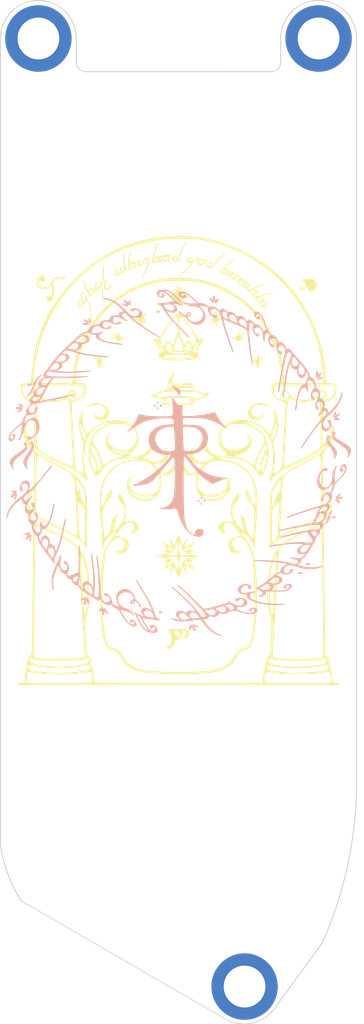
<source format=kicad_pcb>
(kicad_pcb (version 20221018) (generator pcbnew)
  (title_block (title "MCU Cover") (date "2023-08-23") (rev "0.6.2") (company "SuperFola") (comment 1 "https://github.com/SuperFola/arkenswoop"))
  (layers (0 "F.Cu" signal) (31 "B.Cu" signal) (34 "B.Paste" user) (35 "F.Paste" user) (36 "B.SilkS" user "B.Silkscreen") (37 "F.SilkS" user "F.Silkscreen") (38 "B.Mask" user) (39 "F.Mask" user) (44 "Edge.Cuts" user))
  (net 0 "")
  (footprint "swoop:M2_hole_3.5mm" (layer "F.Cu") (at 149.800191 89.500191)
    (fp_text reference "Ref**" hide)
    (fp_text value "Val**" hide)
    (pad "" thru_hole circle (at 0 0) (size 3.5 3.5) (drill 2.2) (layers "*.Cu" "*.Mask"))
  )
  (footprint "swoop:M2_hole_3.5mm" (layer "F.Cu") (at 160.686542 139.397968)
    (fp_text reference "Ref**" hide)
    (fp_text value "Val**" hide)
    (pad "" thru_hole circle (at -0.01 -0.000287) (size 3.5 3.5) (drill 2.2) (layers "*.Cu" "*.Mask"))
  )
  (footprint "swoop:M2_hole_3.5mm" (layer "F.Cu") (at 164.581513 89.499734)
    (fp_text reference "Ref**" hide)
    (fp_text value "Val**" hide)
    (pad "" thru_hole circle (at 0 0) (size 3.5 3.5) (drill 2.2) (layers "*.Cu" "*.Mask"))
  )
  (footprint "arkenswoop:door_silk" (layer "F.Cu") (at 157.2 111.7)
    (fp_text reference "G***" hide)
    (fp_text value "LOGO" hide)
  )
  (footprint "arkenswoop:one_ring_silk" (layer "B.Cu") (at 157.2 111.8 180)
    (fp_text reference "G***" hide)
    (fp_text value "LOGO" hide)
  )
  (gr_arc (start 164.581462 87.499563) (mid 165.99569 88.085427) (end 166.581449 89.499699) (stroke (width 0.05)) (layer "Edge.Cuts"))
  (gr_arc (start 149.800137 87.500013) (mid 151.214391 88.085852) (end 151.800124 89.50015) (stroke (width 0.05)) (layer "Edge.Cuts"))
  (gr_line (start 166.581449 89.499699) (end 166.581702 128.966842) (stroke (width 0.05)) (layer "Edge.Cuts"))
  (gr_arc (start 148.907764 134.902697) (mid 148.189865 133.469261) (end 147.799397 131.91438) (stroke (width 0.05)) (layer "Edge.Cuts"))
  (gr_arc (start 166.581701 128.966842) (mid 166.089999 133.119726) (end 164.780774 137.091394) (stroke (width 0.05)) (layer "Edge.Cuts"))
  (gr_line (start 159.652325 141.100146) (end 148.913991 134.898675) (stroke (width 0.05)) (layer "Edge.Cuts"))
  (gr_arc (start 162.581152 90.749478) (mid 162.434693 91.103022) (end 162.081147 91.249476) (stroke (width 0.05)) (layer "Edge.Cuts"))
  (gr_line (start 151.800124 89.50015) (end 151.800296 90.75008) (stroke (width 0.05)) (layer "Edge.Cuts"))
  (gr_arc (start 147.8 89.5) (mid 148.38585 88.085757) (end 149.800137 87.500013) (stroke (width 0.05)) (layer "Edge.Cuts"))
  (gr_line (start 162.384488 140.368176) (end 164.780774 137.091394) (stroke (width 0.05)) (layer "Edge.Cuts"))
  (gr_line (start 152.300303 91.250077) (end 162.081147 91.249476) (stroke (width 0.05)) (layer "Edge.Cuts"))
  (gr_arc (start 152.300303 91.250077) (mid 151.946748 91.103632) (end 151.800296 90.75008) (stroke (width 0.05)) (layer "Edge.Cuts"))
  (gr_line (start 147.8 89.5) (end 147.799397 131.91438) (stroke (width 0.05)) (layer "Edge.Cuts"))
  (gr_arc (start 162.384488 140.368176) (mid 161.17 141.3) (end 159.652325 141.100146) (stroke (width 0.05)) (layer "Edge.Cuts"))
  (gr_line (start 162.581152 90.749478) (end 162.581325 89.49955) (stroke (width 0.05)) (layer "Edge.Cuts"))
  (gr_arc (start 162.581325 89.49955) (mid 163.167155 88.085287) (end 164.581462 87.499563) (stroke (width 0.05)) (layer "Edge.Cuts"))
)
</source>
